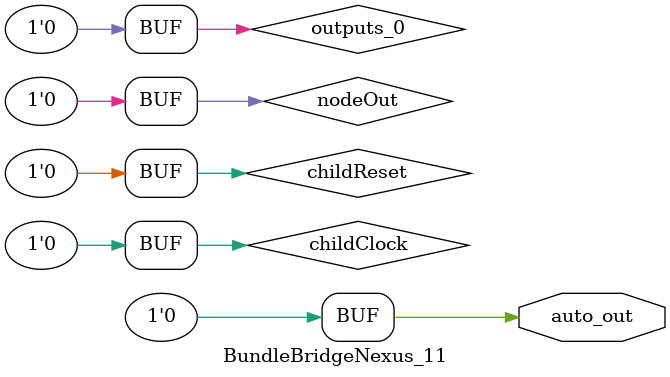
<source format=sv>
`ifndef RANDOMIZE
  `ifdef RANDOMIZE_REG_INIT
    `define RANDOMIZE
  `endif // RANDOMIZE_REG_INIT
`endif // not def RANDOMIZE

`ifndef RANDOM
  `define RANDOM $random
`endif // not def RANDOM

// Users can define 'ASSERT_VERBOSE_COND' to add an extra gate to assert error printing.
`ifndef ASSERT_VERBOSE_COND_
  `ifdef ASSERT_VERBOSE_COND
    `define ASSERT_VERBOSE_COND_ (`ASSERT_VERBOSE_COND)
  `else  // ASSERT_VERBOSE_COND
    `define ASSERT_VERBOSE_COND_ 1
  `endif // ASSERT_VERBOSE_COND
`endif // not def ASSERT_VERBOSE_COND_

// Users can define 'STOP_COND' to add an extra gate to stop conditions.
`ifndef STOP_COND_
  `ifdef STOP_COND
    `define STOP_COND_ (`STOP_COND)
  `else  // STOP_COND
    `define STOP_COND_ 1
  `endif // STOP_COND
`endif // not def STOP_COND_

// Users can define INIT_RANDOM as general code that gets injected into the
// initializer block for modules with registers.
`ifndef INIT_RANDOM
  `define INIT_RANDOM
`endif // not def INIT_RANDOM

// If using random initialization, you can also define RANDOMIZE_DELAY to
// customize the delay used, otherwise 0.002 is used.
`ifndef RANDOMIZE_DELAY
  `define RANDOMIZE_DELAY 0.002
`endif // not def RANDOMIZE_DELAY

// Define INIT_RANDOM_PROLOG_ for use in our modules below.
`ifndef INIT_RANDOM_PROLOG_
  `ifdef RANDOMIZE
    `ifdef VERILATOR
      `define INIT_RANDOM_PROLOG_ `INIT_RANDOM
    `else  // VERILATOR
      `define INIT_RANDOM_PROLOG_ `INIT_RANDOM #`RANDOMIZE_DELAY begin end
    `endif // VERILATOR
  `else  // RANDOMIZE
    `define INIT_RANDOM_PROLOG_
  `endif // RANDOMIZE
`endif // not def INIT_RANDOM_PROLOG_

// Include register initializers in init blocks unless synthesis is set
`ifndef SYNTHESIS
  `ifndef ENABLE_INITIAL_REG_
    `define ENABLE_INITIAL_REG_
  `endif // not def ENABLE_INITIAL_REG_
`endif // not def SYNTHESIS

// Include rmemory initializers in init blocks unless synthesis is set
`ifndef SYNTHESIS
  `ifndef ENABLE_INITIAL_MEM_
    `define ENABLE_INITIAL_MEM_
  `endif // not def ENABLE_INITIAL_MEM_
`endif // not def SYNTHESIS

module BundleBridgeNexus_11(
  output auto_out	// src/main/scala/diplomacy/LazyModule.scala:367:18
);

  wire childClock = 1'h0;	// src/main/scala/diplomacy/LazyModule.scala:412:31, :416:25
  wire childReset = 1'h0;	// src/main/scala/diplomacy/LazyModule.scala:414:31, :416:25
  wire outputs_0 = 1'h0;	// src/main/scala/diplomacy/LazyModule.scala:416:25, src/main/scala/subsystem/HasTiles.scala:75:32
  wire nodeOut = outputs_0;	// src/main/scala/diplomacy/Nodes.scala:1205:17, src/main/scala/subsystem/HasTiles.scala:75:32
  assign auto_out = nodeOut;	// src/main/scala/diplomacy/Nodes.scala:1205:17
endmodule


</source>
